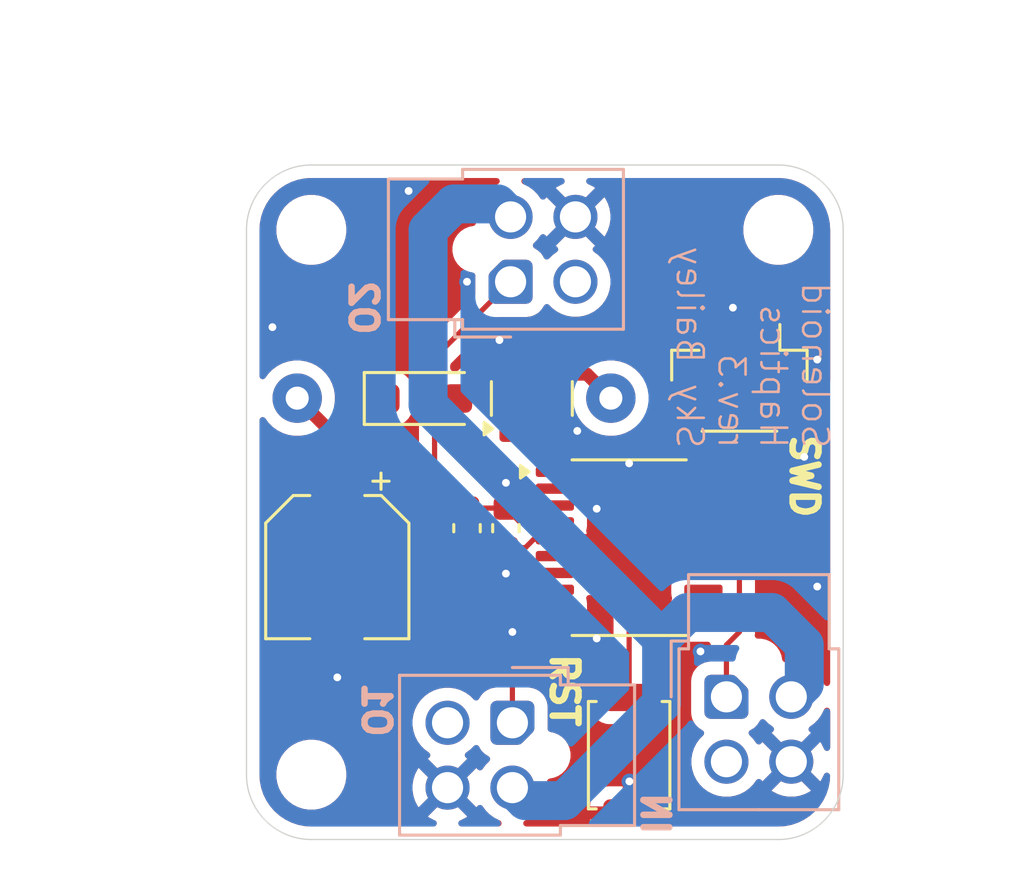
<source format=kicad_pcb>
(kicad_pcb (version 20241229) (generator "pcbnew") (generator_version "9.0")
  (layers (0 "F.Cu" signal) (4 "In1.Cu" signal) (6 "In2.Cu" signal) (2 "B.Cu" signal) (13 "F.Paste" user) (15 "B.Paste" user) (5 "F.SilkS" user "F.Silkscreen") (7 "B.SilkS" user "B.Silkscreen") (1 "F.Mask" user) (3 "B.Mask" user) (25 "Edge.Cuts" user))
  (net 0 "")
  (net 1 "GND")
  (net 2 "+3.3V")
  (net 3 "/RX")
  (net 4 "/TX1")
  (net 5 "/TX2")
  (net 6 "Net-(D1-A)")
  (net 7 "/SWDIO")
  (net 9 "Net-(SW1-B)")
  (net 11 "/PWM")
  (net 13 "/SWCLK")
  (net 20 "+48V")
  (footprint "Capacitor_SMD:C_0603_1608Metric" (layer "F.Cu") (at 107.18 86.725 -90)
    (property "Reference" "C3" (hide yes))
    (property "Value" "4.7u")
    (fp_line (start -0.14058 0.51) (end 0.14058 0.51) (stroke (width 0.12)) (layer "F.SilkS"))
    (fp_line (start -0.14058 -0.51) (end 0.14058 -0.51) (stroke (width 0.12)) (layer "F.SilkS"))
    (pad "1" smd roundrect (at -0.775 0 270) (size 0.9 0.95) (layers "F.Cu" "F.Mask" "F.Paste") (net 2 "+3.3V"))
    (pad "2" smd roundrect (at 0.775 0 270) (size 0.9 0.95) (layers "F.Cu" "F.Mask" "F.Paste") (net 1 "GND"))
  )
  (footprint "Diode_SMD:D_SOD-123F" (layer "F.Cu") (at 105.43 81.725)
    (property "Reference" "D1" (hide yes))
    (property "Value" "1N4007")
    (fp_line (start -2.21 -1) (end -2.21 1) (stroke (width 0.12)) (layer "F.SilkS"))
    (fp_line (start -2.21 -1) (end 1.65 -1) (stroke (width 0.12)) (layer "F.SilkS"))
    (fp_line (start -2.21 1) (end 1.65 1) (stroke (width 0.12)) (layer "F.SilkS"))
    (pad "1" smd roundrect (at -1.4 0) (size 1.1 1.1) (layers "F.Cu" "F.Mask" "F.Paste") (roundrect_rratio 0.2272727273) (net 20 "+48V"))
    (pad "2" smd roundrect (at 1.4 0) (size 1.1 1.1) (layers "F.Cu" "F.Mask" "F.Paste") (roundrect_rratio 0.2272727273) (net 6 "Net-(D1-A)"))
  )
  (footprint "Capacitor_SMD:CP_Elec_5x5.4" (layer "F.Cu") (at 102.18 88.225 -90)
    (property "Reference" "C1" (hide yes))
    (property "Value" "10u")
    (fp_line (start -1.695563 2.76) (end 2.76 2.76) (stroke (width 0.12)) (layer "F.SilkS"))
    (fp_line (start 2.76 2.76) (end 2.76 1.06) (stroke (width 0.12)) (layer "F.SilkS"))
    (fp_line (start -2.76 1.695563) (end -1.695563 2.76) (stroke (width 0.12)) (layer "F.SilkS"))
    (fp_line (start -2.76 1.695563) (end -2.76 1.06) (stroke (width 0.12)) (layer "F.SilkS"))
    (fp_line (start -3.625 -1.685) (end -3 -1.685) (stroke (width 0.12)) (layer "F.SilkS"))
    (fp_line (start -2.76 -1.695563) (end -2.76 -1.06) (stroke (width 0.12)) (layer "F.SilkS"))
    (fp_line (start -2.76 -1.695563) (end -1.695563 -2.76) (stroke (width 0.12)) (layer "F.SilkS"))
    (fp_line (start -3.3125 -1.9975) (end -3.3125 -1.3725) (stroke (width 0.12)) (layer "F.SilkS"))
    (fp_line (start -1.695563 -2.76) (end 2.76 -2.76) (stroke (width 0.12)) (layer "F.SilkS"))
    (fp_line (start 2.76 -2.76) (end 2.76 -1.06) (stroke (width 0.12)) (layer "F.SilkS"))
    (pad "1" smd roundrect (at -2.2 0 270) (size 3 1.6) (layers "F.Cu" "F.Mask" "F.Paste") (roundrect_rratio 0.15625) (net 20 "+48V"))
    (pad "2" smd roundrect (at 2.2 0 270) (size 3 1.6) (layers "F.Cu" "F.Mask" "F.Paste") (roundrect_rratio 0.15625) (net 1 "GND"))
  )
  (footprint "MountingHole:MountingHole_2.2mm_M2" (layer "F.Cu") (at 101.18 75.225)
    (property "Reference" "REF**" (hide yes))
    (property "Value" "MountingHole_2.2mm_M2")
    (pad "" np_thru_hole circle (at 0 0) (size 2.2 2.2) (drill 2.2) (layers "*.Cu" "*.Mask"))
  )
  (footprint "Package_TO_SOT_SMD:SOT-23" (layer "F.Cu") (at 109.68 81.725 90)
    (property "Reference" "Q1" (hide yes))
    (property "Value" "2N7002")
    (fp_line (start 0 -1.56) (end 0.65 -1.56) (stroke (width 0.12)) (layer "F.SilkS"))
    (fp_line (start 0 -1.56) (end -0.65 -1.56) (stroke (width 0.12)) (layer "F.SilkS"))
    (fp_line (start 0 1.56) (end 0.65 1.56) (stroke (width 0.12)) (layer "F.SilkS"))
    (fp_line (start 0 1.56) (end -0.65 1.56) (stroke (width 0.12)) (layer "F.SilkS"))
    (fp_poly (pts (xy -1.1625 -1.51) (xy -1.4025 -1.84) (xy -0.9225 -1.84) (xy -1.1625 -1.51)) (stroke (width 0.12)) (fill yes) (layer "F.SilkS"))
    (pad "1" smd roundrect (at -0.9375 -0.95 90) (size 1.475 0.6) (layers "F.Cu" "F.Mask" "F.Paste") (net 11 "/PWM"))
    (pad "2" smd roundrect (at -0.9375 0.95 90) (size 1.475 0.6) (layers "F.Cu" "F.Mask" "F.Paste") (net 1 "GND"))
    (pad "3" smd roundrect (at 0.9375 0 90) (size 1.475 0.6) (layers "F.Cu" "F.Mask" "F.Paste") (net 6 "Net-(D1-A)"))
  )
  (footprint "MountingHole:MountingHole_2.2mm_M2" (layer "F.Cu") (at 101.18 96.225)
    (property "Reference" "REF**" (hide yes))
    (property "Value" "MountingHole_2.2mm_M2")
    (pad "" np_thru_hole circle (at 0 0) (size 2.2 2.2) (drill 2.2) (layers "*.Cu" "*.Mask"))
  )
  (footprint "Capacitor_SMD:C_0603_1608Metric" (layer "F.Cu") (at 108.68 86.725 -90)
    (property "Reference" "C2" (hide yes))
    (property "Value" "100n")
    (fp_line (start -0.14058 0.51) (end 0.14058 0.51) (stroke (width 0.12)) (layer "F.SilkS"))
    (fp_line (start -0.14058 -0.51) (end 0.14058 -0.51) (stroke (width 0.12)) (layer "F.SilkS"))
    (pad "1" smd roundrect (at -0.775 0 270) (size 0.9 0.95) (layers "F.Cu" "F.Mask" "F.Paste") (net 2 "+3.3V"))
    (pad "2" smd roundrect (at 0.775 0 270) (size 0.9 0.95) (layers "F.Cu" "F.Mask" "F.Paste") (net 1 "GND"))
  )
  (footprint "MountingHole:MountingHole_2.2mm_M2" (layer "F.Cu") (at 119.18 75.225)
    (property "Reference" "REF**" (hide yes))
    (property "Value" "MountingHole_2.2mm_M2")
    (pad "" np_thru_hole circle (at 0 0) (size 2.2 2.2) (drill 2.2) (layers "*.Cu" "*.Mask"))
  )
  (footprint "Package_SO:TSSOP-20_4.4x6.5mm_P0.65mm" (layer "F.Cu") (at 113.43 87.475)
    (property "Reference" "U1" (hide yes))
    (property "Value" "STM32G030F6Px")
    (fp_line (start 0 -3.385) (end -2.2 -3.385) (stroke (width 0.12)) (layer "F.SilkS"))
    (fp_line (start 0 -3.385) (end 2.2 -3.385) (stroke (width 0.12)) (layer "F.SilkS"))
    (fp_line (start 0 3.385) (end -2.2 3.385) (stroke (width 0.12)) (layer "F.SilkS"))
    (fp_line (start 0 3.385) (end 2.2 3.385) (stroke (width 0.12)) (layer "F.SilkS"))
    (fp_poly (pts (xy -3.86 -2.925) (xy -4.19 -3.165) (xy -4.19 -2.685) (xy -3.86 -2.925)) (stroke (width 0.12)) (fill yes) (layer "F.SilkS"))
    (pad "1" smd roundrect (at -2.8625 -2.925) (size 1.475 0.4) (layers "F.Cu" "F.Mask" "F.Paste"))
    (pad "2" smd roundrect (at -2.8625 -2.275) (size 1.475 0.4) (layers "F.Cu" "F.Mask" "F.Paste"))
    (pad "3" smd roundrect (at -2.8625 -1.625) (size 1.475 0.4) (layers "F.Cu" "F.Mask" "F.Paste"))
    (pad "4" smd roundrect (at -2.8625 -0.975) (size 1.475 0.4) (layers "F.Cu" "F.Mask" "F.Paste") (net 2 "+3.3V"))
    (pad "5" smd roundrect (at -2.8625 -0.325) (size 1.475 0.4) (layers "F.Cu" "F.Mask" "F.Paste") (net 1 "GND"))
    (pad "6" smd roundrect (at -2.8625 0.325) (size 1.475 0.4) (layers "F.Cu" "F.Mask" "F.Paste") (net 9 "Net-(SW1-B)"))
    (pad "7" smd roundrect (at -2.8625 0.975) (size 1.475 0.4) (layers "F.Cu" "F.Mask" "F.Paste"))
    (pad "8" smd roundrect (at -2.8625 1.625) (size 1.475 0.4) (layers "F.Cu" "F.Mask" "F.Paste"))
    (pad "9" smd roundrect (at -2.8625 2.275) (size 1.475 0.4) (layers "F.Cu" "F.Mask" "F.Paste") (net 5 "/TX2"))
    (pad "10" smd roundrect (at -2.8625 2.925) (size 1.475 0.4) (layers "F.Cu" "F.Mask" "F.Paste") (net 3 "/RX"))
    (pad "11" smd roundrect (at 2.8625 2.925) (size 1.475 0.4) (layers "F.Cu" "F.Mask" "F.Paste"))
    (pad "12" smd roundrect (at 2.8625 2.275) (size 1.475 0.4) (layers "F.Cu" "F.Mask" "F.Paste"))
    (pad "13" smd roundrect (at 2.8625 1.625) (size 1.475 0.4) (layers "F.Cu" "F.Mask" "F.Paste"))
    (pad "14" smd roundrect (at 2.8625 0.975) (size 1.475 0.4) (layers "F.Cu" "F.Mask" "F.Paste"))
    (pad "15" smd roundrect (at 2.8625 0.325) (size 1.475 0.4) (layers "F.Cu" "F.Mask" "F.Paste") (net 11 "/PWM"))
    (pad "16" smd roundrect (at 2.8625 -0.325) (size 1.475 0.4) (layers "F.Cu" "F.Mask" "F.Paste"))
    (pad "17" smd roundrect (at 2.8625 -0.975) (size 1.475 0.4) (layers "F.Cu" "F.Mask" "F.Paste"))
    (pad "18" smd roundrect (at 2.8625 -1.625) (size 1.475 0.4) (layers "F.Cu" "F.Mask" "F.Paste") (net 7 "/SWDIO"))
    (pad "19" smd roundrect (at 2.8625 -2.275) (size 1.475 0.4) (layers "F.Cu" "F.Mask" "F.Paste") (net 13 "/SWCLK"))
    (pad "20" smd roundrect (at 2.8625 -2.925) (size 1.475 0.4) (layers "F.Cu" "F.Mask" "F.Paste") (net 4 "/TX1"))
  )
  (footprint "custom:SW_Push_SPST_TS-1088" (layer "F.Cu") (at 113.43 95.475 90)
    (property "Reference" "SW1" (hide yes))
    (property "Value" "RESET")
    (fp_line (start 2.07 -1.57) (end 2.07 -1.27) (stroke (width 0.12)) (layer "F.SilkS"))
    (fp_line (start -2.07 -1.57) (end 2.07 -1.57) (stroke (width 0.12)) (layer "F.SilkS"))
    (fp_line (start -2.07 -1.27) (end -2.07 -1.57) (stroke (width 0.12)) (layer "F.SilkS"))
    (fp_line (start 2.07 1.27) (end 2.07 1.57) (stroke (width 0.12)) (layer "F.SilkS"))
    (fp_line (start 2.07 1.57) (end -2.07 1.57) (stroke (width 0.12)) (layer "F.SilkS"))
    (fp_line (start -2.07 1.57) (end -2.07 1.27) (stroke (width 0.12)) (layer "F.SilkS"))
    (pad "1" smd roundrect (at -2.225 0 90) (size 1.05 2) (layers "F.Cu" "F.Mask" "F.Paste") (net 1 "GND"))
    (pad "2" smd roundrect (at 2.225 0 90) (size 1.05 2) (layers "F.Cu" "F.Mask" "F.Paste") (net 9 "Net-(SW1-B)"))
  )
  (footprint "Connector_JST:JST_SH_BM03B-SRSS-TB_1x03-1MP_P1.00mm_Vertical" (layer "F.Cu") (at 117.68 80.975 180)
    (property "Reference" "J4" (hide yes))
    (property "Value" "SWD")
    (fp_line (start 2.61 1.11) (end 1.56 1.11) (stroke (width 0.12)) (layer "F.SilkS"))
    (fp_line (start 2.61 -0.04) (end 2.61 1.11) (stroke (width 0.12)) (layer "F.SilkS"))
    (fp_line (start -1.44 -2.01) (end 1.44 -2.01) (stroke (width 0.12)) (layer "F.SilkS"))
    (fp_line (start -1.56 1.11) (end -1.56 2.1) (stroke (width 0.12)) (layer "F.SilkS"))
    (fp_line (start -2.61 1.11) (end -1.56 1.11) (stroke (width 0.12)) (layer "F.SilkS"))
    (fp_line (start -2.61 -0.04) (end -2.61 1.11) (stroke (width 0.12)) (layer "F.SilkS"))
    (pad "1" smd roundrect (at -1 1.325 180) (size 0.6 1.55) (layers "F.Cu" "F.Mask" "F.Paste") (net 13 "/SWCLK"))
    (pad "2" smd roundrect (at 0 1.325 180) (size 0.6 1.55) (layers "F.Cu" "F.Mask" "F.Paste") (net 1 "GND"))
    (pad "3" smd roundrect (at 1 1.325 180) (size 0.6 1.55) (layers "F.Cu" "F.Mask" "F.Paste") (net 7 "/SWDIO"))
    (pad "MP" smd roundrect (at -2.3 -1.2 180) (size 1.2 1.8) (layers "F.Cu" "F.Mask" "F.Paste") (roundrect_rratio 0.208333))
    (pad "MP" smd roundrect (at 2.3 -1.2 180) (size 1.2 1.8) (layers "F.Cu" "F.Mask" "F.Paste") (roundrect_rratio 0.208333))
  )
  (footprint "custom:Molex_Nano-Fit_105310-xx04_2x02_P2.50mm_Vertical" (layer "B.Cu") (at 117.18 93.225 -90)
    (property "Reference" "J2" (hide yes))
    (property "Value" "OUT1")
    (fp_line (start -2.15 2.13) (end -2.15 1.46) (stroke (width 0.12)) (layer "B.SilkS"))
    (fp_line (start 0 2.13) (end -2.15 2.13) (stroke (width 0.12)) (layer "B.SilkS"))
    (fp_line (start -1.85 1.83) (end -1.85 1.46) (stroke (width 0.12)) (layer "B.SilkS"))
    (fp_line (start 4.35 1.83) (end -1.85 1.83) (stroke (width 0.12)) (layer "B.SilkS"))
    (fp_line (start -4.71 1.46) (end -4.71 -1.25) (stroke (width 0.12)) (layer "B.SilkS"))
    (fp_line (start -1.85 1.46) (end -4.71 1.46) (stroke (width 0.12)) (layer "B.SilkS"))
    (fp_line (start 4.35 -1.25) (end 4.35 1.83) (stroke (width 0.12)) (layer "B.SilkS"))
    (fp_line (start 4.35 -1.25) (end 4.35 -4.33) (stroke (width 0.12)) (layer "B.SilkS"))
    (fp_line (start -4.71 -3.96) (end -4.71 -1.25) (stroke (width 0.12)) (layer "B.SilkS"))
    (fp_line (start -1.85 -3.96) (end -4.71 -3.96) (stroke (width 0.12)) (layer "B.SilkS"))
    (fp_line (start -1.85 -4.33) (end -1.85 -3.96) (stroke (width 0.12)) (layer "B.SilkS"))
    (fp_line (start 4.35 -4.33) (end -1.85 -4.33) (stroke (width 0.12)) (layer "B.SilkS"))
    (pad "" np_thru_hole circle (at -1.34 -1.25 270) (size 1.3 1.3) (drill 1.3) (layers "*.Cu" "*.Mask"))
    (pad "1" thru_hole custom (at 0 0 270) (size 1.417157 1.417157) (drill 1.2) (layers "*.Cu" "*.Mask") (net 4 "/TX1") (options (clearance outline) (anchor circle)) (primitives (gr_poly (pts (xy 0.6 -0.6) (xy -0.2 -0.6) (xy -0.6 -0.2) (xy -0.6 0.6) (xy 0.6 0.6)) (width 0.5) (fill yes))))
    (pad "2" thru_hole circle (at 0 -2.5 270) (size 1.7 1.7) (drill 1.2) (layers "*.Cu" "*.Mask") (net 2 "+3.3V"))
    (pad "3" thru_hole circle (at 2.5 0 270) (size 1.7 1.7) (drill 1.2) (layers "*.Cu" "*.Mask") (net 20 "+48V"))
    (pad "4" thru_hole circle (at 2.5 -2.5 270) (size 1.7 1.7) (drill 1.2) (layers "*.Cu" "*.Mask") (net 1 "GND"))
  )
  (footprint "custom:Molex_Nano-Fit_105310-xx04_2x02_P2.50mm_Vertical" (layer "B.Cu") (at 108.86 77.225)
    (property "Reference" "J3" (hide yes))
    (property "Value" "OUT2")
    (fp_line (start -4.71 -3.96) (end -4.71 -1.25) (stroke (width 0.12)) (layer "B.SilkS"))
    (fp_line (start -4.71 1.46) (end -4.71 -1.25) (stroke (width 0.12)) (layer "B.SilkS"))
    (fp_line (start -2.15 2.13) (end -2.15 1.46) (stroke (width 0.12)) (layer "B.SilkS"))
    (fp_line (start -1.85 -4.33) (end -1.85 -3.96) (stroke (width 0.12)) (layer "B.SilkS"))
    (fp_line (start -1.85 -3.96) (end -4.71 -3.96) (stroke (width 0.12)) (layer "B.SilkS"))
    (fp_line (start -1.85 1.46) (end -4.71 1.46) (stroke (width 0.12)) (layer "B.SilkS"))
    (fp_line (start -1.85 1.83) (end -1.85 1.46) (stroke (width 0.12)) (layer "B.SilkS"))
    (fp_line (start 0 2.13) (end -2.15 2.13) (stroke (width 0.12)) (layer "B.SilkS"))
    (fp_line (start 4.35 -4.33) (end -1.85 -4.33) (stroke (width 0.12)) (layer "B.SilkS"))
    (fp_line (start 4.35 -1.25) (end 4.35 -4.33) (stroke (width 0.12)) (layer "B.SilkS"))
    (fp_line (start 4.35 -1.25) (end 4.35 1.83) (stroke (width 0.12)) (layer "B.SilkS"))
    (fp_line (start 4.35 1.83) (end -1.85 1.83) (stroke (width 0.12)) (layer "B.SilkS"))
    (pad "" np_thru_hole circle (at -1.34 -1.25) (size 1.3 1.3) (drill 1.3) (layers "*.Cu" "*.Mask"))
    (pad "1" thru_hole custom (at 0 0) (size 1.417157 1.417157) (drill 1.2) (layers "*.Cu" "*.Mask") (net 5 "/TX2") (options (clearance outline) (anchor circle)) (primitives (gr_poly (pts (xy 0.6 -0.6) (xy -0.2 -0.6) (xy -0.6 -0.2) (xy -0.6 0.6) (xy 0.6 0.6)) (width 0.5) (fill yes))))
    (pad "2" thru_hole circle (at 0 -2.5) (size 1.7 1.7) (drill 1.2) (layers "*.Cu" "*.Mask") (net 2 "+3.3V"))
    (pad "3" thru_hole circle (at 2.5 0) (size 1.7 1.7) (drill 1.2) (layers "*.Cu" "*.Mask") (net 20 "+48V"))
    (pad "4" thru_hole circle (at 2.5 -2.5) (size 1.7 1.7) (drill 1.2) (layers "*.Cu" "*.Mask") (net 1 "GND"))
  )
  (footprint "custom:Molex_Nano-Fit_105310-xx04_2x02_P2.50mm_Vertical" (layer "B.Cu") (at 108.93 94.225 180)
    (property "Reference" "J1" (hide yes))
    (property "Value" "IN")
    (fp_line (start 4.35 1.83) (end -1.85 1.83) (stroke (width 0.12)) (layer "B.SilkS"))
    (fp_line (start 4.35 -1.25) (end 4.35 1.83) (stroke (width 0.12)) (layer "B.SilkS"))
    (fp_line (start 4.35 -1.25) (end 4.35 -4.33) (stroke (width 0.12)) (layer "B.SilkS"))
    (fp_line (start 4.35 -4.33) (end -1.85 -4.33) (stroke (width 0.12)) (layer "B.SilkS"))
    (fp_line (start 0 2.13) (end -2.15 2.13) (stroke (width 0.12)) (layer "B.SilkS"))
    (fp_line (start -1.85 1.83) (end -1.85 1.46) (stroke (width 0.12)) (layer "B.SilkS"))
    (fp_line (start -1.85 1.46) (end -4.71 1.46) (stroke (width 0.12)) (layer "B.SilkS"))
    (fp_line (start -1.85 -3.96) (end -4.71 -3.96) (stroke (width 0.12)) (layer "B.SilkS"))
    (fp_line (start -1.85 -4.33) (end -1.85 -3.96) (stroke (width 0.12)) (layer "B.SilkS"))
    (fp_line (start -2.15 2.13) (end -2.15 1.46) (stroke (width 0.12)) (layer "B.SilkS"))
    (fp_line (start -4.71 1.46) (end -4.71 -1.25) (stroke (width 0.12)) (layer "B.SilkS"))
    (fp_line (start -4.71 -3.96) (end -4.71 -1.25) (stroke (width 0.12)) (layer "B.SilkS"))
    (pad "" np_thru_hole circle (at -1.34 -1.25 180) (size 1.3 1.3) (drill 1.3) (layers "*.Cu" "*.Mask"))
    (pad "1" thru_hole custom (at 0 0 180) (size 1.417157 1.417157) (drill 1.2) (layers "*.Cu" "*.Mask") (net 3 "/RX") (options (clearance outline) (anchor circle)) (primitives (gr_poly (pts (xy 0.6 -0.6) (xy -0.2 -0.6) (xy -0.6 -0.2) (xy -0.6 0.6) (xy 0.6 0.6)) (width 0.5) (fill yes))))
    (pad "2" thru_hole circle (at 0 -2.5 180) (size 1.7 1.7) (drill 1.2) (layers "*.Cu" "*.Mask") (net 2 "+3.3V"))
    (pad "3" thru_hole circle (at 2.5 0 180) (size 1.7 1.7) (drill 1.2) (layers "*.Cu" "*.Mask") (net 20 "+48V"))
    (pad "4" thru_hole circle (at 2.5 -2.5 180) (size 1.7 1.7) (drill 1.2) (layers "*.Cu" "*.Mask") (net 1 "GND"))
  )
  (footprint "custom:DSOS-0416" (layer "B.Cu") (at 106.68 85.725)
    (property "Reference" "M1" (hide yes))
    (property "Value" "DSOS-0416-24D")
    (pad "1" thru_hole circle (at -6.0452 -4.0132) (size 1.905 1.905) (drill 0.889) (layers "*.Cu" "*.Mask") (net 20 "+48V"))
    (pad "2" thru_hole circle (at 6.0452 -4.0132) (size 1.905 1.905) (drill 0.889) (layers "*.Cu" "*.Mask") (net 6 "Net-(D1-A)"))
  )
  (gr_line (start 98.68 75.225) (end 98.68 96.225) (stroke (width 0.05)) (layer "Edge.Cuts"))
  (gr_arc (start 101.18 98.725) (mid 99.412233 97.992767) (end 98.68 96.225) (stroke (width 0.05)) (layer "Edge.Cuts"))
  (gr_arc (start 98.68 75.225) (mid 99.412233 73.457233) (end 101.18 72.725) (stroke (width 0.05)) (layer "Edge.Cuts"))
  (gr_arc (start 119.18 72.725) (mid 120.947767 73.457233) (end 121.68 75.225) (stroke (width 0.05)) (layer "Edge.Cuts"))
  (gr_line (start 121.68 96.225) (end 121.68 75.225) (stroke (width 0.05)) (layer "Edge.Cuts"))
  (gr_line (start 119.18 72.725) (end 101.18 72.725) (stroke (width 0.05)) (layer "Edge.Cuts"))
  (gr_line (start 101.18 98.725) (end 119.18 98.725) (stroke (width 0.05)) (layer "Edge.Cuts"))
  (gr_arc (start 121.68 96.225) (mid 120.947767 97.992767) (end 119.18 98.725) (stroke (width 0.05)) (layer "Edge.Cuts"))
  (gr_text "RST" (at 110.93 92.975 270) (layer "F.SilkS") (effects (font (size 1 1) (thickness 0.25))))
  (gr_text "SWD" (at 120.18 84.725 270) (layer "F.SilkS") (effects (font (size 1 1) (thickness 0.25))))
  (gr_text "O2" (at 103.18 78.225 270) (layer "B.SilkS") (effects (font (size 1 1) (thickness 0.25)) (justify mirror)))
  (gr_text "IN" (at 114.43 97.725 270) (layer "B.SilkS") (effects (font (size 1 1) (thickness 0.25)) (justify mirror)))
  (gr_text "O1" (at 103.68 93.725 270) (layer "B.SilkS") (effects (font (size 1 1) (thickness 0.25)) (justify mirror)))
  (gr_text "Solenoid\nHaptics\nrev.3\nSky Bailey" (at 115.18 83.725 270) (layer "B.SilkS") (effects (font (size 1 1) (thickness 0.1)) (justify left bottom mirror)))
  (segment (start 110.5675 87.15) (end 109.755 87.15) (width 0.2) (layer "F.Cu") (net 1))
  (segment (start 117.68 79.65) (end 117.68 78.475) (width 0.2) (layer "F.Cu") (net 1))
  (segment (start 111.1175 82.6625) (end 111.43 82.975) (width 0.5) (layer "F.Cu") (net 1))
  (segment (start 108.68 87.5) (end 108.68 88.475) (width 0.2) (layer "F.Cu") (net 1))
  (segment (start 110.63 82.6625) (end 111.1175 82.6625) (width 0.5) (layer "F.Cu") (net 1))
  (segment (start 109.43 87.475) (end 108.705 87.475) (width 0.2) (layer "F.Cu") (net 1))
  (segment (start 109.755 87.15) (end 109.43 87.475) (width 0.2) (layer "F.Cu") (net 1))
  (segment (start 108.68 87.5) (end 107.18 87.5) (width 0.2) (layer "F.Cu") (net 1))
  (segment (start 117.68 78.475) (end 117.43 78.225) (width 0.2) (layer "F.Cu") (net 1))
  (segment (start 108.705 87.475) (end 108.68 87.5) (width 0.2) (layer "F.Cu") (net 1))
  (segment (start 113.43 96.492768) (end 113.438884 96.483884) (width 0.2) (layer "F.Cu") (net 1))
  (segment (start 113.43 97.7) (end 113.43 96.492768) (width 0.2) (layer "F.Cu") (net 1))
  (segment (start 102.18 90.425) (end 102.18 92.475) (width 0.5) (layer "F.Cu") (net 1))
  (via (at 120.18 83.975) (size 0.6) (drill 0.3) (layers "F.Cu" "B.Cu") (net 1))
  (via (at 108.93 90.725) (size 0.6) (drill 0.3) (layers "F.Cu" "B.Cu") (net 1))
  (via (at 113.438884 96.483884) (size 0.6) (drill 0.3) (layers "F.Cu" "B.Cu") (net 1))
  (via (at 117.43 78.225) (size 0.6) (drill 0.3) (layers "F.Cu" "B.Cu") (net 1))
  (via (at 112.18 90.975) (size 0.6) (drill 0.3) (layers "F.Cu" "B.Cu") (net 1))
  (via (at 120.68 88.975) (size 0.6) (drill 0.3) (layers "F.Cu" "B.Cu") (net 1))
  (via (at 107.18 77.225) (size 0.6) (drill 0.3) (layers "F.Cu" "B.Cu") (net 1))
  (via (at 108.68 88.475) (size 0.6) (drill 0.3) (layers "F.Cu" "B.Cu") (net 1))
  (via (at 116.18 91.475) (size 0.6) (drill 0.3) (layers "F.Cu" "B.Cu") (net 1))
  (via (at 99.68 78.975) (size 0.6) (drill 0.3) (layers "F.Cu" "B.Cu") (net 1))
  (via (at 112.18 85.975) (size 0.6) (drill 0.3) (layers "F.Cu" "B.Cu") (net 1))
  (via (at 102.18 92.475) (size 0.6) (drill 0.3) (layers "F.Cu" "B.Cu") (net 1))
  (via (at 104.93 73.725) (size 0.6) (drill 0.3) (layers "F.Cu" "B.Cu") (net 1))
  (via (at 108.43 79.475) (size 0.6) (drill 0.3) (layers "F.Cu" "B.Cu") (net 1))
  (via (at 120.68 80.225) (size 0.6) (drill 0.3) (layers "F.Cu" "B.Cu") (net 1))
  (via (at 111.43 82.975) (size 0.6) (drill 0.3) (layers "F.Cu" "B.Cu") (net 1))
  (via (at 113.43 84.225) (size 0.6) (drill 0.3) (layers "F.Cu" "B.Cu") (net 1))
  (segment (start 108.68 85.95) (end 107.18 85.95) (width 0.2) (layer "F.Cu") (net 2))
  (segment (start 110.5675 86.5) (end 109.23 86.5) (width 0.2) (layer "F.Cu") (net 2))
  (segment (start 108.68 85.95) (end 108.68 84.975) (width 0.2) (layer "F.Cu") (net 2))
  (segment (start 109.23 86.5) (end 108.68 85.95) (width 0.2) (layer "F.Cu") (net 2))
  (via (at 108.68 84.975) (size 0.6) (drill 0.3) (layers "F.Cu" "B.Cu") (net 2))
  (segment (start 108.36 74.225) (end 108.86 74.725) (width 1.5) (layer "B.Cu") (net 2))
  (segment (start 118.93 89.975) (end 120.18 91.225) (width 1.5) (layer "B.Cu") (net 2))
  (segment (start 120.18 91.225) (end 120.18 92.725) (width 1.5) (layer "B.Cu") (net 2))
  (segment (start 120.18 92.725) (end 119.68 93.225) (width 1.5) (layer "B.Cu") (net 2))
  (segment (start 106.68 74.225) (end 108.36 74.225) (width 1.5) (layer "B.Cu") (net 2))
  (segment (start 105.68 81.975) (end 105.68 75.225) (width 1.5) (layer "B.Cu") (net 2))
  (segment (start 115.68 89.975) (end 118.93 89.975) (width 1.5) (layer "B.Cu") (net 2))
  (segment (start 108.93 96.725) (end 109.43 97.225) (width 1.5) (layer "B.Cu") (net 2))
  (segment (start 109.43 97.225) (end 110.93 97.225) (width 1.5) (layer "B.Cu") (net 2))
  (segment (start 114.68 90.975) (end 108.68 84.975) (width 1.5) (layer "B.Cu") (net 2))
  (segment (start 114.68 90.975) (end 115.68 89.975) (width 1.5) (layer "B.Cu") (net 2))
  (segment (start 114.68 93.475) (end 114.68 90.975) (width 1.5) (layer "B.Cu") (net 2))
  (segment (start 105.68 75.225) (end 106.68 74.225) (width 1.5) (layer "B.Cu") (net 2))
  (segment (start 108.68 84.975) (end 105.68 81.975) (width 1.5) (layer "B.Cu") (net 2))
  (segment (start 110.93 97.225) (end 114.68 93.475) (width 1.5) (layer "B.Cu") (net 2))
  (segment (start 108.93 92.0375) (end 110.5675 90.4) (width 0.2) (layer "F.Cu") (net 3))
  (segment (start 108.93 94.225) (end 108.93 92.0375) (width 0.2) (layer "F.Cu") (net 3))
  (segment (start 117.68 84.975) (end 117.255 84.55) (width 0.2) (layer "F.Cu") (net 4))
  (segment (start 117.18 93.225) (end 117.18 91.225) (width 0.2) (layer "F.Cu") (net 4))
  (segment (start 117.68 90.725) (end 117.68 84.975) (width 0.2) (layer "F.Cu") (net 4))
  (segment (start 117.255 84.55) (end 116.2925 84.55) (width 0.2) (layer "F.Cu") (net 4))
  (segment (start 117.18 91.225) (end 117.68 90.725) (width 0.2) (layer "F.Cu") (net 4))
  (segment (start 110.5675 89.75) (end 107.955 89.75) (width 0.2) (layer "F.Cu") (net 5))
  (segment (start 105.93 87.725) (end 105.93 80.155) (width 0.2) (layer "F.Cu") (net 5))
  (segment (start 105.93 80.155) (end 108.86 77.225) (width 0.2) (layer "F.Cu") (net 5))
  (segment (start 107.955 89.75) (end 105.93 87.725) (width 0.2) (layer "F.Cu") (net 5))
  (segment (start 112.6495 81.7875) (end 112.7252 81.7118) (width 0.5) (layer "F.Cu") (net 6))
  (segment (start 109.68 80.7875) (end 111.8009 80.7875) (width 0.5) (layer "F.Cu") (net 6))
  (segment (start 107.7675 80.7875) (end 109.68 80.7875) (width 0.5) (layer "F.Cu") (net 6))
  (segment (start 106.83 81.725) (end 107.7675 80.7875) (width 0.5) (layer "F.Cu") (net 6))
  (segment (start 111.8009 80.7875) (end 112.7252 81.7118) (width 0.5) (layer "F.Cu") (net 6))
  (segment (start 116.2925 85.85) (end 115.555001 85.85) (width 0.2) (layer "F.Cu") (net 7))
  (segment (start 114.479 81.28984) (end 116.11884 79.65) (width 0.2) (layer "F.Cu") (net 7))
  (segment (start 116.11884 79.65) (end 116.68 79.65) (width 0.2) (layer "F.Cu") (net 7))
  (segment (start 115.555001 85.85) (end 114.479 84.773999) (width 0.2) (layer "F.Cu") (net 7))
  (segment (start 114.479 84.773999) (end 114.479 81.28984) (width 0.2) (layer "F.Cu") (net 7))
  (segment (start 113.43 89.925001) (end 113.43 93.25) (width 0.2) (layer "F.Cu") (net 9))
  (segment (start 111.304999 87.8) (end 113.43 89.925001) (width 0.2) (layer "F.Cu") (net 9))
  (segment (start 110.5675 87.8) (end 111.304999 87.8) (width 0.2) (layer "F.Cu") (net 9))
  (segment (start 116.2925 87.8) (end 115.505 87.8) (width 0.2) (layer "F.Cu") (net 11))
  (segment (start 115.505 87.8) (end 111.68 83.975) (width 0.2) (layer "F.Cu") (net 11))
  (segment (start 111.68 83.975) (end 110.0425 83.975) (width 0.2) (layer "F.Cu") (net 11))
  (segment (start 110.0425 83.975) (end 108.73 82.6625) (width 0.2) (layer "F.Cu") (net 11))
  (segment (start 118.68 80.66116) (end 118.68 79.65) (width 0.2) (layer "F.Cu") (net 13))
  (segment (start 115.555001 85.2) (end 115.254 84.898999) (width 0.2) (layer "F.Cu") (net 13))
  (segment (start 115.254 84.08716) (end 118.68 80.66116) (width 0.2) (layer "F.Cu") (net 13))
  (segment (start 115.254 84.898999) (end 115.254 84.08716) (width 0.2) (layer "F.Cu") (net 13))
  (segment (start 116.2925 85.2) (end 115.555001 85.2) (width 0.2) (layer "F.Cu") (net 13))
  (segment (start 104.0168 81.7118) (end 104.03 81.725) (width 0.5) (layer "F.Cu") (net 20))
  (segment (start 102.18 83.257) (end 102.18 86.025) (width 0.5) (layer "F.Cu") (net 20))
  (segment (start 103.712 81.725) (end 104.03 81.725) (width 0.5) (layer "F.Cu") (net 20))
  (segment (start 102.18 83.257) (end 103.712 81.725) (width 0.5) (layer "F.Cu") (net 20))
  (segment (start 100.6348 81.7118) (end 102.18 83.257) (width 0.5) (layer "F.Cu") (net 20))
  (zone (net 1) (net_name "GND") (layers "F.Cu" "B.Cu" "In2.Cu") (connect_pads (clearance 0.5)) (min_thickness 0.25) (fill yes (thermal_gap 0.5) (thermal_bridge_width 0.5))
    (polygon (pts (xy 98.68 72.725) (xy 121.68 72.725) (xy 121.68 98.725) (xy 98.68 98.725)))
  )
)
</source>
